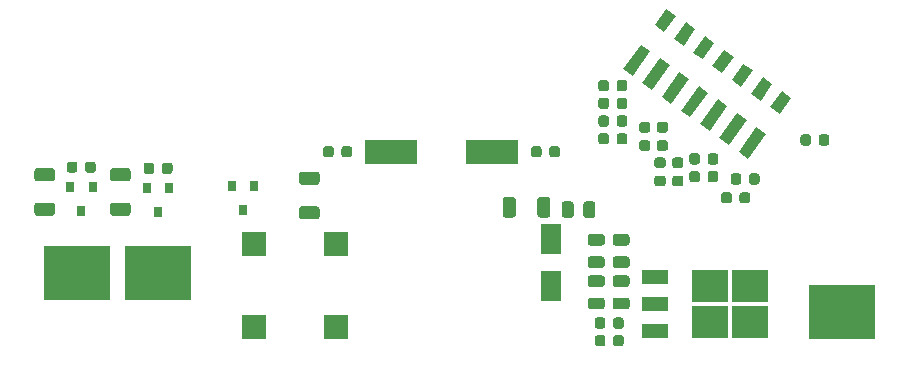
<source format=gbr>
%TF.GenerationSoftware,KiCad,Pcbnew,(5.1.9)-1*%
%TF.CreationDate,2021-10-08T19:18:35+02:00*%
%TF.ProjectId,multi_steering_kenwood_K24MSWK1MA,6d756c74-695f-4737-9465-6572696e675f,rev?*%
%TF.SameCoordinates,Original*%
%TF.FileFunction,Paste,Top*%
%TF.FilePolarity,Positive*%
%FSLAX46Y46*%
G04 Gerber Fmt 4.6, Leading zero omitted, Abs format (unit mm)*
G04 Created by KiCad (PCBNEW (5.1.9)-1) date 2021-10-08 19:18:35*
%MOMM*%
%LPD*%
G01*
G04 APERTURE LIST*
%ADD10C,0.100000*%
%ADD11R,4.500000X2.000000*%
%ADD12R,3.050000X2.750000*%
%ADD13R,2.200000X1.200000*%
%ADD14R,0.800000X0.900000*%
%ADD15R,5.700000X4.600000*%
%ADD16R,1.800000X2.500000*%
%ADD17R,2.000000X2.000000*%
G04 APERTURE END LIST*
%TO.C,R14*%
G36*
G01*
X103781500Y-125497800D02*
X103781500Y-125997800D01*
G75*
G02*
X103556500Y-126222800I-225000J0D01*
G01*
X103106500Y-126222800D01*
G75*
G02*
X102881500Y-125997800I0J225000D01*
G01*
X102881500Y-125497800D01*
G75*
G02*
X103106500Y-125272800I225000J0D01*
G01*
X103556500Y-125272800D01*
G75*
G02*
X103781500Y-125497800I0J-225000D01*
G01*
G37*
G36*
G01*
X105331500Y-125497800D02*
X105331500Y-125997800D01*
G75*
G02*
X105106500Y-126222800I-225000J0D01*
G01*
X104656500Y-126222800D01*
G75*
G02*
X104431500Y-125997800I0J225000D01*
G01*
X104431500Y-125497800D01*
G75*
G02*
X104656500Y-125272800I225000J0D01*
G01*
X105106500Y-125272800D01*
G75*
G02*
X105331500Y-125497800I0J-225000D01*
G01*
G37*
%TD*%
%TO.C,R13*%
G36*
G01*
X97281500Y-125397800D02*
X97281500Y-125897800D01*
G75*
G02*
X97056500Y-126122800I-225000J0D01*
G01*
X96606500Y-126122800D01*
G75*
G02*
X96381500Y-125897800I0J225000D01*
G01*
X96381500Y-125397800D01*
G75*
G02*
X96606500Y-125172800I225000J0D01*
G01*
X97056500Y-125172800D01*
G75*
G02*
X97281500Y-125397800I0J-225000D01*
G01*
G37*
G36*
G01*
X98831500Y-125397800D02*
X98831500Y-125897800D01*
G75*
G02*
X98606500Y-126122800I-225000J0D01*
G01*
X98156500Y-126122800D01*
G75*
G02*
X97931500Y-125897800I0J225000D01*
G01*
X97931500Y-125397800D01*
G75*
G02*
X98156500Y-125172800I225000J0D01*
G01*
X98606500Y-125172800D01*
G75*
G02*
X98831500Y-125397800I0J-225000D01*
G01*
G37*
%TD*%
D10*
%TO.C,X1*%
G36*
X156741492Y-121166937D02*
G01*
X155927377Y-120586234D01*
X156914572Y-119202237D01*
X157728687Y-119782940D01*
X156741492Y-121166937D01*
G37*
G36*
X154064451Y-124920009D02*
G01*
X153250335Y-124339307D01*
X154748549Y-122238889D01*
X155562665Y-122819591D01*
X154064451Y-124920009D01*
G37*
G36*
X155113261Y-120005531D02*
G01*
X154299146Y-119424828D01*
X155286341Y-118040831D01*
X156100456Y-118621534D01*
X155113261Y-120005531D01*
G37*
G36*
X152436220Y-123758603D02*
G01*
X151622104Y-123177901D01*
X153120318Y-121077483D01*
X153934434Y-121658185D01*
X152436220Y-123758603D01*
G37*
G36*
X153485030Y-118844125D02*
G01*
X152670915Y-118263422D01*
X153658110Y-116879425D01*
X154472225Y-117460128D01*
X153485030Y-118844125D01*
G37*
G36*
X150807989Y-122597197D02*
G01*
X149993873Y-122016495D01*
X151492087Y-119916077D01*
X152306203Y-120496779D01*
X150807989Y-122597197D01*
G37*
G36*
X151856799Y-117682719D02*
G01*
X151042684Y-117102016D01*
X152029879Y-115718019D01*
X152843994Y-116298722D01*
X151856799Y-117682719D01*
G37*
G36*
X149179758Y-121435791D02*
G01*
X148365642Y-120855089D01*
X149863856Y-118754671D01*
X150677972Y-119335373D01*
X149179758Y-121435791D01*
G37*
G36*
X150228568Y-116521313D02*
G01*
X149414453Y-115940610D01*
X150401648Y-114556613D01*
X151215763Y-115137316D01*
X150228568Y-116521313D01*
G37*
G36*
X147551527Y-120274385D02*
G01*
X146737411Y-119693683D01*
X148235625Y-117593265D01*
X149049741Y-118173967D01*
X147551527Y-120274385D01*
G37*
G36*
X148600337Y-115359907D02*
G01*
X147786222Y-114779204D01*
X148773417Y-113395207D01*
X149587532Y-113975910D01*
X148600337Y-115359907D01*
G37*
G36*
X145923296Y-119112979D02*
G01*
X145109180Y-118532277D01*
X146607394Y-116431859D01*
X147421510Y-117012561D01*
X145923296Y-119112979D01*
G37*
G36*
X146972106Y-114198501D02*
G01*
X146157991Y-113617798D01*
X147145186Y-112233801D01*
X147959301Y-112814504D01*
X146972106Y-114198501D01*
G37*
G36*
X144295065Y-117951573D02*
G01*
X143480949Y-117370871D01*
X144979163Y-115270453D01*
X145793279Y-115851155D01*
X144295065Y-117951573D01*
G37*
%TD*%
%TO.C,C9*%
G36*
G01*
X136581500Y-124097800D02*
X136581500Y-124597800D01*
G75*
G02*
X136356500Y-124822800I-225000J0D01*
G01*
X135906500Y-124822800D01*
G75*
G02*
X135681500Y-124597800I0J225000D01*
G01*
X135681500Y-124097800D01*
G75*
G02*
X135906500Y-123872800I225000J0D01*
G01*
X136356500Y-123872800D01*
G75*
G02*
X136581500Y-124097800I0J-225000D01*
G01*
G37*
G36*
G01*
X138131500Y-124097800D02*
X138131500Y-124597800D01*
G75*
G02*
X137906500Y-124822800I-225000J0D01*
G01*
X137456500Y-124822800D01*
G75*
G02*
X137231500Y-124597800I0J225000D01*
G01*
X137231500Y-124097800D01*
G75*
G02*
X137456500Y-123872800I225000J0D01*
G01*
X137906500Y-123872800D01*
G75*
G02*
X138131500Y-124097800I0J-225000D01*
G01*
G37*
%TD*%
%TO.C,C8*%
G36*
G01*
X119631500Y-124597800D02*
X119631500Y-124097800D01*
G75*
G02*
X119856500Y-123872800I225000J0D01*
G01*
X120306500Y-123872800D01*
G75*
G02*
X120531500Y-124097800I0J-225000D01*
G01*
X120531500Y-124597800D01*
G75*
G02*
X120306500Y-124822800I-225000J0D01*
G01*
X119856500Y-124822800D01*
G75*
G02*
X119631500Y-124597800I0J225000D01*
G01*
G37*
G36*
G01*
X118081500Y-124597800D02*
X118081500Y-124097800D01*
G75*
G02*
X118306500Y-123872800I225000J0D01*
G01*
X118756500Y-123872800D01*
G75*
G02*
X118981500Y-124097800I0J-225000D01*
G01*
X118981500Y-124597800D01*
G75*
G02*
X118756500Y-124822800I-225000J0D01*
G01*
X118306500Y-124822800D01*
G75*
G02*
X118081500Y-124597800I0J225000D01*
G01*
G37*
%TD*%
D11*
%TO.C,Y1*%
X132356500Y-124347800D03*
X123856500Y-124347800D03*
%TD*%
D12*
%TO.C,U1*%
X150831500Y-138772800D03*
X154181500Y-135722800D03*
X150831500Y-135722800D03*
X154181500Y-138772800D03*
D13*
X146206500Y-139527800D03*
X146206500Y-137247800D03*
X146206500Y-134967800D03*
%TD*%
%TO.C,RV1*%
G36*
G01*
X140106500Y-129697801D02*
X140106500Y-128797799D01*
G75*
G02*
X140356499Y-128547800I249999J0D01*
G01*
X140881501Y-128547800D01*
G75*
G02*
X141131500Y-128797799I0J-249999D01*
G01*
X141131500Y-129697801D01*
G75*
G02*
X140881501Y-129947800I-249999J0D01*
G01*
X140356499Y-129947800D01*
G75*
G02*
X140106500Y-129697801I0J249999D01*
G01*
G37*
G36*
G01*
X138281500Y-129697801D02*
X138281500Y-128797799D01*
G75*
G02*
X138531499Y-128547800I249999J0D01*
G01*
X139056501Y-128547800D01*
G75*
G02*
X139306500Y-128797799I0J-249999D01*
G01*
X139306500Y-129697801D01*
G75*
G02*
X139056501Y-129947800I-249999J0D01*
G01*
X138531499Y-129947800D01*
G75*
G02*
X138281500Y-129697801I0J249999D01*
G01*
G37*
%TD*%
%TO.C,R12*%
G36*
G01*
X116281499Y-128947800D02*
X117531501Y-128947800D01*
G75*
G02*
X117781500Y-129197799I0J-249999D01*
G01*
X117781500Y-129822801D01*
G75*
G02*
X117531501Y-130072800I-249999J0D01*
G01*
X116281499Y-130072800D01*
G75*
G02*
X116031500Y-129822801I0J249999D01*
G01*
X116031500Y-129197799D01*
G75*
G02*
X116281499Y-128947800I249999J0D01*
G01*
G37*
G36*
G01*
X116281499Y-126022800D02*
X117531501Y-126022800D01*
G75*
G02*
X117781500Y-126272799I0J-249999D01*
G01*
X117781500Y-126897801D01*
G75*
G02*
X117531501Y-127147800I-249999J0D01*
G01*
X116281499Y-127147800D01*
G75*
G02*
X116031500Y-126897801I0J249999D01*
G01*
X116031500Y-126272799D01*
G75*
G02*
X116281499Y-126022800I249999J0D01*
G01*
G37*
%TD*%
%TO.C,R4*%
G36*
G01*
X101531501Y-126847800D02*
X100281499Y-126847800D01*
G75*
G02*
X100031500Y-126597801I0J249999D01*
G01*
X100031500Y-125972799D01*
G75*
G02*
X100281499Y-125722800I249999J0D01*
G01*
X101531501Y-125722800D01*
G75*
G02*
X101781500Y-125972799I0J-249999D01*
G01*
X101781500Y-126597801D01*
G75*
G02*
X101531501Y-126847800I-249999J0D01*
G01*
G37*
G36*
G01*
X101531501Y-129772800D02*
X100281499Y-129772800D01*
G75*
G02*
X100031500Y-129522801I0J249999D01*
G01*
X100031500Y-128897799D01*
G75*
G02*
X100281499Y-128647800I249999J0D01*
G01*
X101531501Y-128647800D01*
G75*
G02*
X101781500Y-128897799I0J-249999D01*
G01*
X101781500Y-129522801D01*
G75*
G02*
X101531501Y-129772800I-249999J0D01*
G01*
G37*
%TD*%
%TO.C,R3*%
G36*
G01*
X95131501Y-126847800D02*
X93881499Y-126847800D01*
G75*
G02*
X93631500Y-126597801I0J249999D01*
G01*
X93631500Y-125972799D01*
G75*
G02*
X93881499Y-125722800I249999J0D01*
G01*
X95131501Y-125722800D01*
G75*
G02*
X95381500Y-125972799I0J-249999D01*
G01*
X95381500Y-126597801D01*
G75*
G02*
X95131501Y-126847800I-249999J0D01*
G01*
G37*
G36*
G01*
X95131501Y-129772800D02*
X93881499Y-129772800D01*
G75*
G02*
X93631500Y-129522801I0J249999D01*
G01*
X93631500Y-128897799D01*
G75*
G02*
X93881499Y-128647800I249999J0D01*
G01*
X95131501Y-128647800D01*
G75*
G02*
X95381500Y-128897799I0J-249999D01*
G01*
X95381500Y-129522801D01*
G75*
G02*
X95131501Y-129772800I-249999J0D01*
G01*
G37*
%TD*%
%TO.C,R2*%
G36*
G01*
X141981500Y-138597800D02*
X141981500Y-139097800D01*
G75*
G02*
X141756500Y-139322800I-225000J0D01*
G01*
X141306500Y-139322800D01*
G75*
G02*
X141081500Y-139097800I0J225000D01*
G01*
X141081500Y-138597800D01*
G75*
G02*
X141306500Y-138372800I225000J0D01*
G01*
X141756500Y-138372800D01*
G75*
G02*
X141981500Y-138597800I0J-225000D01*
G01*
G37*
G36*
G01*
X143531500Y-138597800D02*
X143531500Y-139097800D01*
G75*
G02*
X143306500Y-139322800I-225000J0D01*
G01*
X142856500Y-139322800D01*
G75*
G02*
X142631500Y-139097800I0J225000D01*
G01*
X142631500Y-138597800D01*
G75*
G02*
X142856500Y-138372800I225000J0D01*
G01*
X143306500Y-138372800D01*
G75*
G02*
X143531500Y-138597800I0J-225000D01*
G01*
G37*
%TD*%
%TO.C,R1*%
G36*
G01*
X134406500Y-128422799D02*
X134406500Y-129672801D01*
G75*
G02*
X134156501Y-129922800I-249999J0D01*
G01*
X133531499Y-129922800D01*
G75*
G02*
X133281500Y-129672801I0J249999D01*
G01*
X133281500Y-128422799D01*
G75*
G02*
X133531499Y-128172800I249999J0D01*
G01*
X134156501Y-128172800D01*
G75*
G02*
X134406500Y-128422799I0J-249999D01*
G01*
G37*
G36*
G01*
X137331500Y-128422799D02*
X137331500Y-129672801D01*
G75*
G02*
X137081501Y-129922800I-249999J0D01*
G01*
X136456499Y-129922800D01*
G75*
G02*
X136206500Y-129672801I0J249999D01*
G01*
X136206500Y-128422799D01*
G75*
G02*
X136456499Y-128172800I249999J0D01*
G01*
X137081501Y-128172800D01*
G75*
G02*
X137331500Y-128422799I0J-249999D01*
G01*
G37*
%TD*%
D14*
%TO.C,Q3*%
X111306500Y-129247800D03*
X110356500Y-127247800D03*
X112256500Y-127247800D03*
%TD*%
%TO.C,Q2*%
X104106500Y-129447800D03*
X103156500Y-127447800D03*
X105056500Y-127447800D03*
%TD*%
%TO.C,Q1*%
X97606500Y-129347800D03*
X96656500Y-127347800D03*
X98556500Y-127347800D03*
%TD*%
D15*
%TO.C,J3*%
X162006500Y-137947800D03*
%TD*%
%TO.C,J2*%
X104106500Y-134647800D03*
%TD*%
%TO.C,J1*%
X97206500Y-134647800D03*
%TD*%
D16*
%TO.C,D1*%
X137406500Y-131747800D03*
X137406500Y-135747800D03*
%TD*%
%TO.C,C22*%
G36*
G01*
X142281500Y-119997800D02*
X142281500Y-120497800D01*
G75*
G02*
X142056500Y-120722800I-225000J0D01*
G01*
X141606500Y-120722800D01*
G75*
G02*
X141381500Y-120497800I0J225000D01*
G01*
X141381500Y-119997800D01*
G75*
G02*
X141606500Y-119772800I225000J0D01*
G01*
X142056500Y-119772800D01*
G75*
G02*
X142281500Y-119997800I0J-225000D01*
G01*
G37*
G36*
G01*
X143831500Y-119997800D02*
X143831500Y-120497800D01*
G75*
G02*
X143606500Y-120722800I-225000J0D01*
G01*
X143156500Y-120722800D01*
G75*
G02*
X142931500Y-120497800I0J225000D01*
G01*
X142931500Y-119997800D01*
G75*
G02*
X143156500Y-119772800I225000J0D01*
G01*
X143606500Y-119772800D01*
G75*
G02*
X143831500Y-119997800I0J-225000D01*
G01*
G37*
%TD*%
%TO.C,C21*%
G36*
G01*
X142281500Y-122997800D02*
X142281500Y-123497800D01*
G75*
G02*
X142056500Y-123722800I-225000J0D01*
G01*
X141606500Y-123722800D01*
G75*
G02*
X141381500Y-123497800I0J225000D01*
G01*
X141381500Y-122997800D01*
G75*
G02*
X141606500Y-122772800I225000J0D01*
G01*
X142056500Y-122772800D01*
G75*
G02*
X142281500Y-122997800I0J-225000D01*
G01*
G37*
G36*
G01*
X143831500Y-122997800D02*
X143831500Y-123497800D01*
G75*
G02*
X143606500Y-123722800I-225000J0D01*
G01*
X143156500Y-123722800D01*
G75*
G02*
X142931500Y-123497800I0J225000D01*
G01*
X142931500Y-122997800D01*
G75*
G02*
X143156500Y-122772800I225000J0D01*
G01*
X143606500Y-122772800D01*
G75*
G02*
X143831500Y-122997800I0J-225000D01*
G01*
G37*
%TD*%
%TO.C,C20*%
G36*
G01*
X146556500Y-123372800D02*
X147056500Y-123372800D01*
G75*
G02*
X147281500Y-123597800I0J-225000D01*
G01*
X147281500Y-124047800D01*
G75*
G02*
X147056500Y-124272800I-225000J0D01*
G01*
X146556500Y-124272800D01*
G75*
G02*
X146331500Y-124047800I0J225000D01*
G01*
X146331500Y-123597800D01*
G75*
G02*
X146556500Y-123372800I225000J0D01*
G01*
G37*
G36*
G01*
X146556500Y-121822800D02*
X147056500Y-121822800D01*
G75*
G02*
X147281500Y-122047800I0J-225000D01*
G01*
X147281500Y-122497800D01*
G75*
G02*
X147056500Y-122722800I-225000J0D01*
G01*
X146556500Y-122722800D01*
G75*
G02*
X146331500Y-122497800I0J225000D01*
G01*
X146331500Y-122047800D01*
G75*
G02*
X146556500Y-121822800I225000J0D01*
G01*
G37*
%TD*%
%TO.C,C19*%
G36*
G01*
X147856500Y-126372800D02*
X148356500Y-126372800D01*
G75*
G02*
X148581500Y-126597800I0J-225000D01*
G01*
X148581500Y-127047800D01*
G75*
G02*
X148356500Y-127272800I-225000J0D01*
G01*
X147856500Y-127272800D01*
G75*
G02*
X147631500Y-127047800I0J225000D01*
G01*
X147631500Y-126597800D01*
G75*
G02*
X147856500Y-126372800I225000J0D01*
G01*
G37*
G36*
G01*
X147856500Y-124822800D02*
X148356500Y-124822800D01*
G75*
G02*
X148581500Y-125047800I0J-225000D01*
G01*
X148581500Y-125497800D01*
G75*
G02*
X148356500Y-125722800I-225000J0D01*
G01*
X147856500Y-125722800D01*
G75*
G02*
X147631500Y-125497800I0J225000D01*
G01*
X147631500Y-125047800D01*
G75*
G02*
X147856500Y-124822800I225000J0D01*
G01*
G37*
%TD*%
%TO.C,C18*%
G36*
G01*
X149981500Y-124697800D02*
X149981500Y-125197800D01*
G75*
G02*
X149756500Y-125422800I-225000J0D01*
G01*
X149306500Y-125422800D01*
G75*
G02*
X149081500Y-125197800I0J225000D01*
G01*
X149081500Y-124697800D01*
G75*
G02*
X149306500Y-124472800I225000J0D01*
G01*
X149756500Y-124472800D01*
G75*
G02*
X149981500Y-124697800I0J-225000D01*
G01*
G37*
G36*
G01*
X151531500Y-124697800D02*
X151531500Y-125197800D01*
G75*
G02*
X151306500Y-125422800I-225000J0D01*
G01*
X150856500Y-125422800D01*
G75*
G02*
X150631500Y-125197800I0J225000D01*
G01*
X150631500Y-124697800D01*
G75*
G02*
X150856500Y-124472800I225000J0D01*
G01*
X151306500Y-124472800D01*
G75*
G02*
X151531500Y-124697800I0J-225000D01*
G01*
G37*
%TD*%
%TO.C,C17*%
G36*
G01*
X153331500Y-128497800D02*
X153331500Y-127997800D01*
G75*
G02*
X153556500Y-127772800I225000J0D01*
G01*
X154006500Y-127772800D01*
G75*
G02*
X154231500Y-127997800I0J-225000D01*
G01*
X154231500Y-128497800D01*
G75*
G02*
X154006500Y-128722800I-225000J0D01*
G01*
X153556500Y-128722800D01*
G75*
G02*
X153331500Y-128497800I0J225000D01*
G01*
G37*
G36*
G01*
X151781500Y-128497800D02*
X151781500Y-127997800D01*
G75*
G02*
X152006500Y-127772800I225000J0D01*
G01*
X152456500Y-127772800D01*
G75*
G02*
X152681500Y-127997800I0J-225000D01*
G01*
X152681500Y-128497800D01*
G75*
G02*
X152456500Y-128722800I-225000J0D01*
G01*
X152006500Y-128722800D01*
G75*
G02*
X151781500Y-128497800I0J225000D01*
G01*
G37*
%TD*%
%TO.C,C16*%
G36*
G01*
X160031500Y-123597800D02*
X160031500Y-123097800D01*
G75*
G02*
X160256500Y-122872800I225000J0D01*
G01*
X160706500Y-122872800D01*
G75*
G02*
X160931500Y-123097800I0J-225000D01*
G01*
X160931500Y-123597800D01*
G75*
G02*
X160706500Y-123822800I-225000J0D01*
G01*
X160256500Y-123822800D01*
G75*
G02*
X160031500Y-123597800I0J225000D01*
G01*
G37*
G36*
G01*
X158481500Y-123597800D02*
X158481500Y-123097800D01*
G75*
G02*
X158706500Y-122872800I225000J0D01*
G01*
X159156500Y-122872800D01*
G75*
G02*
X159381500Y-123097800I0J-225000D01*
G01*
X159381500Y-123597800D01*
G75*
G02*
X159156500Y-123822800I-225000J0D01*
G01*
X158706500Y-123822800D01*
G75*
G02*
X158481500Y-123597800I0J225000D01*
G01*
G37*
%TD*%
%TO.C,C15*%
G36*
G01*
X154131500Y-126897800D02*
X154131500Y-126397800D01*
G75*
G02*
X154356500Y-126172800I225000J0D01*
G01*
X154806500Y-126172800D01*
G75*
G02*
X155031500Y-126397800I0J-225000D01*
G01*
X155031500Y-126897800D01*
G75*
G02*
X154806500Y-127122800I-225000J0D01*
G01*
X154356500Y-127122800D01*
G75*
G02*
X154131500Y-126897800I0J225000D01*
G01*
G37*
G36*
G01*
X152581500Y-126897800D02*
X152581500Y-126397800D01*
G75*
G02*
X152806500Y-126172800I225000J0D01*
G01*
X153256500Y-126172800D01*
G75*
G02*
X153481500Y-126397800I0J-225000D01*
G01*
X153481500Y-126897800D01*
G75*
G02*
X153256500Y-127122800I-225000J0D01*
G01*
X152806500Y-127122800D01*
G75*
G02*
X152581500Y-126897800I0J225000D01*
G01*
G37*
%TD*%
%TO.C,C14*%
G36*
G01*
X149981500Y-126197800D02*
X149981500Y-126697800D01*
G75*
G02*
X149756500Y-126922800I-225000J0D01*
G01*
X149306500Y-126922800D01*
G75*
G02*
X149081500Y-126697800I0J225000D01*
G01*
X149081500Y-126197800D01*
G75*
G02*
X149306500Y-125972800I225000J0D01*
G01*
X149756500Y-125972800D01*
G75*
G02*
X149981500Y-126197800I0J-225000D01*
G01*
G37*
G36*
G01*
X151531500Y-126197800D02*
X151531500Y-126697800D01*
G75*
G02*
X151306500Y-126922800I-225000J0D01*
G01*
X150856500Y-126922800D01*
G75*
G02*
X150631500Y-126697800I0J225000D01*
G01*
X150631500Y-126197800D01*
G75*
G02*
X150856500Y-125972800I225000J0D01*
G01*
X151306500Y-125972800D01*
G75*
G02*
X151531500Y-126197800I0J-225000D01*
G01*
G37*
%TD*%
%TO.C,C13*%
G36*
G01*
X146356500Y-126372800D02*
X146856500Y-126372800D01*
G75*
G02*
X147081500Y-126597800I0J-225000D01*
G01*
X147081500Y-127047800D01*
G75*
G02*
X146856500Y-127272800I-225000J0D01*
G01*
X146356500Y-127272800D01*
G75*
G02*
X146131500Y-127047800I0J225000D01*
G01*
X146131500Y-126597800D01*
G75*
G02*
X146356500Y-126372800I225000J0D01*
G01*
G37*
G36*
G01*
X146356500Y-124822800D02*
X146856500Y-124822800D01*
G75*
G02*
X147081500Y-125047800I0J-225000D01*
G01*
X147081500Y-125497800D01*
G75*
G02*
X146856500Y-125722800I-225000J0D01*
G01*
X146356500Y-125722800D01*
G75*
G02*
X146131500Y-125497800I0J225000D01*
G01*
X146131500Y-125047800D01*
G75*
G02*
X146356500Y-124822800I225000J0D01*
G01*
G37*
%TD*%
%TO.C,C12*%
G36*
G01*
X145056500Y-123372800D02*
X145556500Y-123372800D01*
G75*
G02*
X145781500Y-123597800I0J-225000D01*
G01*
X145781500Y-124047800D01*
G75*
G02*
X145556500Y-124272800I-225000J0D01*
G01*
X145056500Y-124272800D01*
G75*
G02*
X144831500Y-124047800I0J225000D01*
G01*
X144831500Y-123597800D01*
G75*
G02*
X145056500Y-123372800I225000J0D01*
G01*
G37*
G36*
G01*
X145056500Y-121822800D02*
X145556500Y-121822800D01*
G75*
G02*
X145781500Y-122047800I0J-225000D01*
G01*
X145781500Y-122497800D01*
G75*
G02*
X145556500Y-122722800I-225000J0D01*
G01*
X145056500Y-122722800D01*
G75*
G02*
X144831500Y-122497800I0J225000D01*
G01*
X144831500Y-122047800D01*
G75*
G02*
X145056500Y-121822800I225000J0D01*
G01*
G37*
%TD*%
%TO.C,C11*%
G36*
G01*
X142281500Y-121497800D02*
X142281500Y-121997800D01*
G75*
G02*
X142056500Y-122222800I-225000J0D01*
G01*
X141606500Y-122222800D01*
G75*
G02*
X141381500Y-121997800I0J225000D01*
G01*
X141381500Y-121497800D01*
G75*
G02*
X141606500Y-121272800I225000J0D01*
G01*
X142056500Y-121272800D01*
G75*
G02*
X142281500Y-121497800I0J-225000D01*
G01*
G37*
G36*
G01*
X143831500Y-121497800D02*
X143831500Y-121997800D01*
G75*
G02*
X143606500Y-122222800I-225000J0D01*
G01*
X143156500Y-122222800D01*
G75*
G02*
X142931500Y-121997800I0J225000D01*
G01*
X142931500Y-121497800D01*
G75*
G02*
X143156500Y-121272800I225000J0D01*
G01*
X143606500Y-121272800D01*
G75*
G02*
X143831500Y-121497800I0J-225000D01*
G01*
G37*
%TD*%
%TO.C,C10*%
G36*
G01*
X142281500Y-118497800D02*
X142281500Y-118997800D01*
G75*
G02*
X142056500Y-119222800I-225000J0D01*
G01*
X141606500Y-119222800D01*
G75*
G02*
X141381500Y-118997800I0J225000D01*
G01*
X141381500Y-118497800D01*
G75*
G02*
X141606500Y-118272800I225000J0D01*
G01*
X142056500Y-118272800D01*
G75*
G02*
X142281500Y-118497800I0J-225000D01*
G01*
G37*
G36*
G01*
X143831500Y-118497800D02*
X143831500Y-118997800D01*
G75*
G02*
X143606500Y-119222800I-225000J0D01*
G01*
X143156500Y-119222800D01*
G75*
G02*
X142931500Y-118997800I0J225000D01*
G01*
X142931500Y-118497800D01*
G75*
G02*
X143156500Y-118272800I225000J0D01*
G01*
X143606500Y-118272800D01*
G75*
G02*
X143831500Y-118497800I0J-225000D01*
G01*
G37*
%TD*%
%TO.C,C5*%
G36*
G01*
X141981500Y-140097800D02*
X141981500Y-140597800D01*
G75*
G02*
X141756500Y-140822800I-225000J0D01*
G01*
X141306500Y-140822800D01*
G75*
G02*
X141081500Y-140597800I0J225000D01*
G01*
X141081500Y-140097800D01*
G75*
G02*
X141306500Y-139872800I225000J0D01*
G01*
X141756500Y-139872800D01*
G75*
G02*
X141981500Y-140097800I0J-225000D01*
G01*
G37*
G36*
G01*
X143531500Y-140097800D02*
X143531500Y-140597800D01*
G75*
G02*
X143306500Y-140822800I-225000J0D01*
G01*
X142856500Y-140822800D01*
G75*
G02*
X142631500Y-140597800I0J225000D01*
G01*
X142631500Y-140097800D01*
G75*
G02*
X142856500Y-139872800I225000J0D01*
G01*
X143306500Y-139872800D01*
G75*
G02*
X143531500Y-140097800I0J-225000D01*
G01*
G37*
%TD*%
%TO.C,C4*%
G36*
G01*
X141681500Y-132297800D02*
X140731500Y-132297800D01*
G75*
G02*
X140481500Y-132047800I0J250000D01*
G01*
X140481500Y-131547800D01*
G75*
G02*
X140731500Y-131297800I250000J0D01*
G01*
X141681500Y-131297800D01*
G75*
G02*
X141931500Y-131547800I0J-250000D01*
G01*
X141931500Y-132047800D01*
G75*
G02*
X141681500Y-132297800I-250000J0D01*
G01*
G37*
G36*
G01*
X141681500Y-134197800D02*
X140731500Y-134197800D01*
G75*
G02*
X140481500Y-133947800I0J250000D01*
G01*
X140481500Y-133447800D01*
G75*
G02*
X140731500Y-133197800I250000J0D01*
G01*
X141681500Y-133197800D01*
G75*
G02*
X141931500Y-133447800I0J-250000D01*
G01*
X141931500Y-133947800D01*
G75*
G02*
X141681500Y-134197800I-250000J0D01*
G01*
G37*
%TD*%
%TO.C,C3*%
G36*
G01*
X142831500Y-136697800D02*
X143781500Y-136697800D01*
G75*
G02*
X144031500Y-136947800I0J-250000D01*
G01*
X144031500Y-137447800D01*
G75*
G02*
X143781500Y-137697800I-250000J0D01*
G01*
X142831500Y-137697800D01*
G75*
G02*
X142581500Y-137447800I0J250000D01*
G01*
X142581500Y-136947800D01*
G75*
G02*
X142831500Y-136697800I250000J0D01*
G01*
G37*
G36*
G01*
X142831500Y-134797800D02*
X143781500Y-134797800D01*
G75*
G02*
X144031500Y-135047800I0J-250000D01*
G01*
X144031500Y-135547800D01*
G75*
G02*
X143781500Y-135797800I-250000J0D01*
G01*
X142831500Y-135797800D01*
G75*
G02*
X142581500Y-135547800I0J250000D01*
G01*
X142581500Y-135047800D01*
G75*
G02*
X142831500Y-134797800I250000J0D01*
G01*
G37*
%TD*%
%TO.C,C2*%
G36*
G01*
X140731500Y-136697800D02*
X141681500Y-136697800D01*
G75*
G02*
X141931500Y-136947800I0J-250000D01*
G01*
X141931500Y-137447800D01*
G75*
G02*
X141681500Y-137697800I-250000J0D01*
G01*
X140731500Y-137697800D01*
G75*
G02*
X140481500Y-137447800I0J250000D01*
G01*
X140481500Y-136947800D01*
G75*
G02*
X140731500Y-136697800I250000J0D01*
G01*
G37*
G36*
G01*
X140731500Y-134797800D02*
X141681500Y-134797800D01*
G75*
G02*
X141931500Y-135047800I0J-250000D01*
G01*
X141931500Y-135547800D01*
G75*
G02*
X141681500Y-135797800I-250000J0D01*
G01*
X140731500Y-135797800D01*
G75*
G02*
X140481500Y-135547800I0J250000D01*
G01*
X140481500Y-135047800D01*
G75*
G02*
X140731500Y-134797800I250000J0D01*
G01*
G37*
%TD*%
%TO.C,C1*%
G36*
G01*
X143781500Y-132297800D02*
X142831500Y-132297800D01*
G75*
G02*
X142581500Y-132047800I0J250000D01*
G01*
X142581500Y-131547800D01*
G75*
G02*
X142831500Y-131297800I250000J0D01*
G01*
X143781500Y-131297800D01*
G75*
G02*
X144031500Y-131547800I0J-250000D01*
G01*
X144031500Y-132047800D01*
G75*
G02*
X143781500Y-132297800I-250000J0D01*
G01*
G37*
G36*
G01*
X143781500Y-134197800D02*
X142831500Y-134197800D01*
G75*
G02*
X142581500Y-133947800I0J250000D01*
G01*
X142581500Y-133447800D01*
G75*
G02*
X142831500Y-133197800I250000J0D01*
G01*
X143781500Y-133197800D01*
G75*
G02*
X144031500Y-133447800I0J-250000D01*
G01*
X144031500Y-133947800D01*
G75*
G02*
X143781500Y-134197800I-250000J0D01*
G01*
G37*
%TD*%
D17*
%TO.C,BZ1*%
X112206500Y-132147800D03*
X112206500Y-139147800D03*
X119206500Y-139147800D03*
X119206500Y-132147800D03*
%TD*%
M02*

</source>
